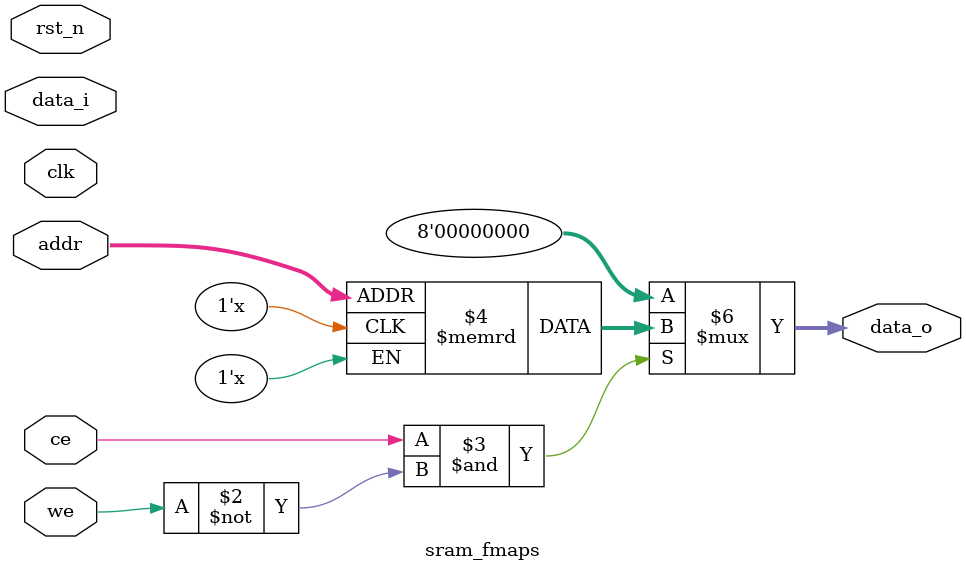
<source format=v>
module sram_fmaps(input clk,
                  input rst_n,
                  input ce,
                  input we,
                  input [5:0] addr,
                  input signed [7:0] data_i,
                  output reg signed [7:0] data_o);
    reg signed [7:0] data[0:48];
    // initial begin
    //     $readmemb("E:/Study/examples/github/VLSI_DIGITAL_SIGNAL_PROCESSING_SYSTEMS/LAB1/fmaps_mem.txt",data);
    // end
    
    // read data   
    always @(*) begin
        if (ce&(~we)) begin
            data_o <= data[addr];
        end
        else begin
            data_o <= 0;
        end
    end

endmodule // sram_fmaps

</source>
